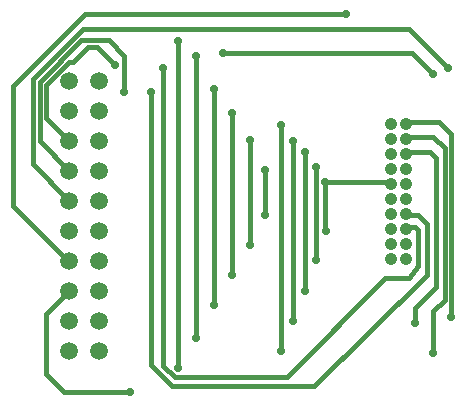
<source format=gbr>
%TF.GenerationSoftware,KiCad,Pcbnew,6.0.0*%
%TF.CreationDate,2022-01-07T11:19:12-07:00*%
%TF.ProjectId,A0004-SWD-Adapter,41303030-342d-4535-9744-2d4164617074,rev?*%
%TF.SameCoordinates,Original*%
%TF.FileFunction,Copper,L2,Bot*%
%TF.FilePolarity,Positive*%
%FSLAX46Y46*%
G04 Gerber Fmt 4.6, Leading zero omitted, Abs format (unit mm)*
G04 Created by KiCad (PCBNEW 6.0.0) date 2022-01-07 11:19:12*
%MOMM*%
%LPD*%
G01*
G04 APERTURE LIST*
%TA.AperFunction,ComponentPad*%
%ADD10C,1.498600*%
%TD*%
%TA.AperFunction,ComponentPad*%
%ADD11C,1.066800*%
%TD*%
%TA.AperFunction,ViaPad*%
%ADD12C,0.711200*%
%TD*%
%TA.AperFunction,Conductor*%
%ADD13C,0.381000*%
%TD*%
G04 APERTURE END LIST*
D10*
%TO.P,P1,1,1*%
%TO.N,/MCU_VDD1*%
X124123450Y-112059999D03*
%TO.P,P1,2,2*%
%TO.N,/NC_2*%
X121583450Y-112059999D03*
%TO.P,P1,3,3*%
%TO.N,/NC_3*%
X124123450Y-109519999D03*
%TO.P,P1,4,4*%
%TO.N,/GND4*%
X121583450Y-109519999D03*
%TO.P,P1,5,5*%
%TO.N,/NC_5*%
X124123450Y-106979999D03*
%TO.P,P1,6,6*%
%TO.N,/GND6*%
X121583450Y-106979999D03*
%TO.P,P1,7,7*%
%TO.N,/SWDIO*%
X124123450Y-104439999D03*
%TO.P,P1,8,8*%
%TO.N,/GND8*%
X121583450Y-104439999D03*
%TO.P,P1,9,9*%
%TO.N,/SWCLK*%
X124123450Y-101899999D03*
%TO.P,P1,10,10*%
%TO.N,/GND10*%
X121583450Y-101899999D03*
%TO.P,P1,11,11*%
%TO.N,/NC_11*%
X124123450Y-99359999D03*
%TO.P,P1,12,12*%
%TO.N,/GND12*%
X121583450Y-99359999D03*
%TO.P,P1,13,13*%
%TO.N,/SWO*%
X124123450Y-96819999D03*
%TO.P,P1,14,14*%
%TO.N,/GND14*%
X121583450Y-96819999D03*
%TO.P,P1,15,15*%
%TO.N,/NRST*%
X124123450Y-94279999D03*
%TO.P,P1,16,16*%
%TO.N,/GND16*%
X121583450Y-94279999D03*
%TO.P,P1,17,17*%
%TO.N,/NC_17*%
X124123450Y-91739999D03*
%TO.P,P1,18,18*%
%TO.N,/GND18*%
X121583450Y-91739999D03*
%TO.P,P1,19,19*%
%TO.N,/NC_19*%
X124123450Y-89199999D03*
%TO.P,P1,20,20*%
%TO.N,/GND20*%
X121583450Y-89199999D03*
%TD*%
D11*
%TO.P,P2,1,1*%
%TO.N,/MCU_VDD1*%
X148832950Y-92837000D03*
%TO.P,P2,2,2*%
%TO.N,/NC_2*%
X150102950Y-92837000D03*
%TO.P,P2,3,3*%
%TO.N,/NC_3*%
X148832950Y-94107000D03*
%TO.P,P2,4,4*%
%TO.N,/GND4*%
X150102950Y-94107000D03*
%TO.P,P2,5,5*%
%TO.N,/NC_5*%
X148832950Y-95377000D03*
%TO.P,P2,6,6*%
%TO.N,/GND6*%
X150102950Y-95377000D03*
%TO.P,P2,7,7*%
%TO.N,/SWDIO*%
X148832950Y-96647000D03*
%TO.P,P2,8,8*%
%TO.N,/GND8*%
X150102950Y-96647000D03*
%TO.P,P2,9,9*%
%TO.N,/SWCLK*%
X148832950Y-97917000D03*
%TO.P,P2,10,10*%
%TO.N,/GND10*%
X150102950Y-97917000D03*
%TO.P,P2,11,11*%
%TO.N,/NC_11*%
X148832950Y-99187000D03*
%TO.P,P2,12,12*%
%TO.N,/GND12*%
X150102950Y-99187000D03*
%TO.P,P2,13,13*%
%TO.N,/SWO*%
X148832950Y-100457000D03*
%TO.P,P2,14,14*%
%TO.N,/GND14*%
X150102950Y-100457000D03*
%TO.P,P2,15,15*%
%TO.N,/NRST*%
X148832950Y-101727000D03*
%TO.P,P2,16,16*%
%TO.N,/GND16*%
X150102950Y-101727000D03*
%TO.P,P2,17,17*%
%TO.N,/NC_17*%
X148832950Y-102997000D03*
%TO.P,P2,18,18*%
%TO.N,/GND18*%
X150102950Y-102997000D03*
%TO.P,P2,19,19*%
%TO.N,/NC_19*%
X148832950Y-104267000D03*
%TO.P,P2,20,20*%
%TO.N,/GND20*%
X150102950Y-104267000D03*
%TD*%
D12*
%TO.N,/MCU_VDD1*%
X139492000Y-92964000D03*
X139492000Y-112060000D03*
%TO.N,/NC_2*%
X153924000Y-109220000D03*
%TO.N,/NC_3*%
X140508000Y-94280000D03*
X140508000Y-109520000D03*
%TO.N,/GND4*%
X152400000Y-112268000D03*
%TO.N,/NC_5*%
X141524000Y-95204000D03*
X141524000Y-106980000D03*
%TO.N,/GND6*%
X150876000Y-109728000D03*
X126746000Y-115570000D03*
%TO.N,/SWDIO*%
X142494000Y-96520000D03*
X142494000Y-104394000D03*
%TO.N,/GND8*%
X145034000Y-83566000D03*
%TO.N,/SWCLK*%
X143302000Y-101900000D03*
X143256000Y-97790000D03*
%TO.N,/SWO*%
X138176000Y-100584000D03*
X138176000Y-96774000D03*
%TO.N,/GND14*%
X126238000Y-90170000D03*
X128524000Y-90170000D03*
%TO.N,/NRST*%
X136906000Y-94234000D03*
X136906000Y-103124000D03*
%TO.N,/GND16*%
X129540000Y-88138000D03*
X125476000Y-87884000D03*
%TO.N,/NC_17*%
X135382000Y-105664000D03*
X135382000Y-91948000D03*
%TO.N,/GND18*%
X130810000Y-113538000D03*
X130810000Y-85852000D03*
%TO.N,/NC_19*%
X133858000Y-108204000D03*
X133858000Y-89916000D03*
%TO.N,/GND20*%
X132334000Y-87122000D03*
X132334000Y-110998000D03*
%TO.N,/GND10*%
X152400000Y-88646000D03*
X134620000Y-86868000D03*
%TO.N,/GND12*%
X153670000Y-88138000D03*
%TD*%
D13*
%TO.N,/MCU_VDD1*%
X139492000Y-112060000D02*
X139492000Y-92964000D01*
%TO.N,/NC_2*%
X152908000Y-92710000D02*
X150114000Y-92710000D01*
X153924000Y-109220000D02*
X153924000Y-93726000D01*
X153924000Y-93726000D02*
X152908000Y-92710000D01*
%TO.N,/NC_3*%
X140508000Y-109520000D02*
X140508000Y-94280000D01*
%TO.N,/GND4*%
X153343480Y-107768520D02*
X153343480Y-94923480D01*
X152400000Y-108712000D02*
X153343480Y-107768520D01*
X152400000Y-112268000D02*
X152400000Y-108712000D01*
X152400000Y-93980000D02*
X150114000Y-93980000D01*
X153343480Y-94923480D02*
X152400000Y-93980000D01*
%TO.N,/NC_5*%
X141524000Y-106980000D02*
X141524000Y-95204000D01*
%TO.N,/GND6*%
X152654000Y-95758000D02*
X152146000Y-95250000D01*
X121583450Y-106980000D02*
X119634000Y-108929450D01*
X119634000Y-114046000D02*
X121158000Y-115570000D01*
X150876000Y-108458000D02*
X152654000Y-106680000D01*
X150876000Y-109728000D02*
X150876000Y-108458000D01*
X152654000Y-106680000D02*
X152654000Y-95758000D01*
X119634000Y-108929450D02*
X119634000Y-114046000D01*
X121158000Y-115570000D02*
X126746000Y-115570000D01*
X152146000Y-95250000D02*
X150114000Y-95250000D01*
%TO.N,/SWDIO*%
X142494000Y-104394000D02*
X142494000Y-96520000D01*
%TO.N,/GND8*%
X116840000Y-89662000D02*
X122936000Y-83566000D01*
X116840000Y-99822000D02*
X116840000Y-89662000D01*
X121583450Y-104440000D02*
X121458000Y-104440000D01*
X121458000Y-104440000D02*
X116840000Y-99822000D01*
X122936000Y-83566000D02*
X145034000Y-83566000D01*
%TO.N,/SWCLK*%
X143302000Y-101900000D02*
X143256000Y-101854000D01*
X143256000Y-97790000D02*
X148590000Y-97790000D01*
X148590000Y-97790000D02*
X148844000Y-98044000D01*
X143256000Y-101854000D02*
X143256000Y-97790000D01*
%TO.N,/SWO*%
X138176000Y-96774000D02*
X138176000Y-100584000D01*
%TO.N,/GND14*%
X151892000Y-105664000D02*
X151892000Y-101346000D01*
X130302000Y-115062000D02*
X142298980Y-115062000D01*
X128524000Y-90170000D02*
X128524000Y-113284000D01*
X151130000Y-100584000D02*
X150114000Y-100584000D01*
X122571760Y-85779480D02*
X124192460Y-85779480D01*
X119053480Y-94290030D02*
X119053480Y-89297760D01*
X124192460Y-85779480D02*
X124895480Y-85779480D01*
X128524000Y-113284000D02*
X130302000Y-115062000D01*
X119053480Y-89297760D02*
X122571760Y-85779480D01*
X124895480Y-85779480D02*
X126238000Y-87122000D01*
X121583450Y-96820000D02*
X119053480Y-94290030D01*
X126238000Y-87122000D02*
X126238000Y-90170000D01*
X151892000Y-101346000D02*
X151130000Y-100584000D01*
X142298980Y-115062000D02*
X151892000Y-105664000D01*
%TO.N,/NRST*%
X136906000Y-94234000D02*
X136906000Y-103124000D01*
%TO.N,/GND16*%
X151130000Y-104902000D02*
X151130000Y-101854000D01*
X151130000Y-101854000D02*
X150876000Y-101600000D01*
X130501157Y-114283611D02*
X139970389Y-114283611D01*
X148336000Y-105918000D02*
X150368000Y-105918000D01*
X119634000Y-92330550D02*
X119634000Y-89538220D01*
X129540000Y-113322454D02*
X130501157Y-114283611D01*
X150876000Y-101600000D02*
X150114000Y-101600000D01*
X123190000Y-86360000D02*
X123952000Y-86360000D01*
X123952000Y-86360000D02*
X125476000Y-87884000D01*
X150368000Y-105918000D02*
X151130000Y-104902000D01*
X119634000Y-89538220D02*
X121542220Y-87630000D01*
X139970389Y-114283611D02*
X148336000Y-105918000D01*
X121542220Y-87630000D02*
X121920000Y-87630000D01*
X129540000Y-88138000D02*
X129540000Y-113322454D01*
X121583450Y-94280000D02*
X119634000Y-92330550D01*
X121920000Y-87630000D02*
X123190000Y-86360000D01*
%TO.N,/NC_17*%
X135382000Y-91948000D02*
X135382000Y-105664000D01*
%TO.N,/GND18*%
X130810000Y-85852000D02*
X130810000Y-113538000D01*
%TO.N,/NC_19*%
X133858000Y-89916000D02*
X133858000Y-108204000D01*
%TO.N,/GND20*%
X132334000Y-87122000D02*
X132334000Y-110998000D01*
%TO.N,/GND10*%
X150622000Y-86868000D02*
X152400000Y-88646000D01*
X134620000Y-86868000D02*
X150622000Y-86868000D01*
%TO.N,/GND12*%
X122694261Y-84836000D02*
X150368000Y-84836000D01*
X118472960Y-96249510D02*
X118472960Y-89057301D01*
X121583450Y-99360000D02*
X118472960Y-96249510D01*
X118472960Y-89057301D02*
X122694261Y-84836000D01*
X150368000Y-84836000D02*
X153670000Y-88138000D01*
%TD*%
M02*

</source>
